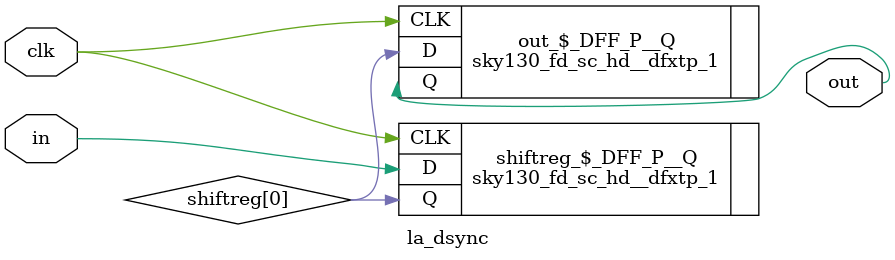
<source format=v>
/* Generated by Yosys 0.37 (git sha1 a5c7f69ed, clang 14.0.0-1ubuntu1.1 -fPIC -Os) */

module la_dsync(clk, in, out);
  input clk;
  wire clk;
  input in;
  wire in;
  output out;
  wire out;
  wire \shiftreg[0] ;
  sky130_fd_sc_hd__dfxtp_1 \out_$_DFF_P__Q  (
    .CLK(clk),
    .D(\shiftreg[0] ),
    .Q(out)
  );
  sky130_fd_sc_hd__dfxtp_1 \shiftreg_$_DFF_P__Q  (
    .CLK(clk),
    .D(in),
    .Q(\shiftreg[0] )
  );
endmodule

</source>
